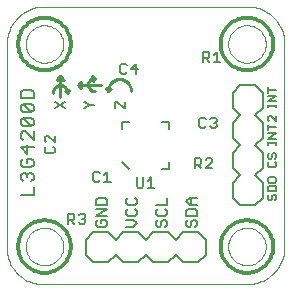
<source format=gto>
G75*
G70*
%OFA0B0*%
%FSLAX24Y24*%
%IPPOS*%
%LPD*%
%AMOC8*
5,1,8,0,0,1.08239X$1,22.5*
%
%ADD10C,0.0100*%
%ADD11C,0.0080*%
%ADD12C,0.0060*%
%ADD13C,0.0050*%
%ADD14C,0.0000*%
%ADD15C,0.0120*%
%ADD16C,0.0070*%
D10*
X002310Y006760D02*
X002310Y007460D01*
X002410Y007360D01*
X002420Y007350D02*
X002200Y007350D01*
X002210Y007360D02*
X002310Y007460D01*
X002470Y006960D02*
X002610Y007010D01*
X002560Y006910D01*
X002470Y006960D01*
X002560Y006910D02*
X002558Y006940D01*
X002553Y006970D01*
X002544Y006999D01*
X002531Y007026D01*
X002516Y007052D01*
X002497Y007076D01*
X002476Y007097D01*
X002452Y007116D01*
X002426Y007131D01*
X002399Y007144D01*
X002370Y007153D01*
X002340Y007158D01*
X002310Y007160D01*
X002280Y007158D01*
X002250Y007153D01*
X002221Y007144D01*
X002194Y007131D01*
X002168Y007116D01*
X002144Y007097D01*
X002123Y007076D01*
X002104Y007052D01*
X002089Y007026D01*
X002076Y006999D01*
X002067Y006970D01*
X002062Y006940D01*
X002060Y006910D01*
X002910Y007160D02*
X003010Y007260D01*
X003010Y007060D01*
X002910Y007160D01*
X003660Y007160D01*
X003830Y007060D02*
X003910Y006960D01*
X004010Y007040D01*
X003830Y007060D01*
X003460Y006960D02*
X003432Y006962D01*
X003404Y006967D01*
X003377Y006976D01*
X003352Y006988D01*
X003328Y007003D01*
X003306Y007021D01*
X003287Y007042D01*
X003270Y007064D01*
X003256Y007089D01*
X003246Y007115D01*
X003239Y007143D01*
X003235Y007171D01*
X003235Y007199D01*
X003239Y007227D01*
X003246Y007255D01*
X003256Y007281D01*
X003270Y007306D01*
X003287Y007328D01*
X003306Y007349D01*
X003328Y007367D01*
X003352Y007382D01*
X003377Y007394D01*
X003404Y007403D01*
X003432Y007408D01*
X003460Y007410D01*
X003410Y007310D01*
X003360Y007460D01*
X003460Y007410D01*
X003910Y006960D02*
X003908Y006998D01*
X003910Y007035D01*
X003916Y007073D01*
X003926Y007110D01*
X003939Y007145D01*
X003956Y007179D01*
X003976Y007212D01*
X004000Y007242D01*
X004026Y007269D01*
X004055Y007294D01*
X004086Y007315D01*
X004120Y007334D01*
X004155Y007349D01*
X004191Y007360D01*
X004228Y007368D01*
X004266Y007372D01*
X004304Y007372D01*
X004342Y007368D01*
X004379Y007360D01*
X004415Y007349D01*
X004450Y007334D01*
X004484Y007315D01*
X004515Y007294D01*
X004544Y007269D01*
X004570Y007242D01*
X004594Y007212D01*
X004614Y007179D01*
X004631Y007145D01*
X004644Y007110D01*
X004654Y007073D01*
X004660Y007035D01*
X004662Y006998D01*
X004660Y006960D01*
D11*
X001420Y006933D02*
X001420Y006723D01*
X001000Y006723D01*
X001000Y006933D01*
X001070Y007003D01*
X001350Y007003D01*
X001420Y006933D01*
X001350Y006543D02*
X001070Y006543D01*
X001350Y006262D01*
X001420Y006332D01*
X001420Y006473D01*
X001350Y006543D01*
X001070Y006543D02*
X001000Y006473D01*
X001000Y006332D01*
X001070Y006262D01*
X001350Y006262D01*
X001350Y006082D02*
X001420Y006012D01*
X001420Y005872D01*
X001350Y005802D01*
X001070Y006082D01*
X001350Y006082D01*
X001350Y005802D02*
X001070Y005802D01*
X001000Y005872D01*
X001000Y006012D01*
X001070Y006082D01*
X001070Y005622D02*
X001000Y005552D01*
X001000Y005412D01*
X001070Y005342D01*
X001210Y005161D02*
X001210Y004881D01*
X001000Y005091D01*
X001420Y005091D01*
X001420Y005342D02*
X001140Y005622D01*
X001070Y005622D01*
X001420Y005622D02*
X001420Y005342D01*
X001350Y004701D02*
X001210Y004701D01*
X001210Y004561D01*
X001070Y004701D02*
X001000Y004631D01*
X001000Y004491D01*
X001070Y004421D01*
X001350Y004421D01*
X001420Y004491D01*
X001420Y004631D01*
X001350Y004701D01*
X001350Y004241D02*
X001280Y004241D01*
X001210Y004171D01*
X001210Y004101D01*
X001210Y004171D02*
X001140Y004241D01*
X001070Y004241D01*
X001000Y004171D01*
X001000Y004030D01*
X001070Y003960D01*
X001350Y003960D02*
X001420Y004030D01*
X001420Y004171D01*
X001350Y004241D01*
X001420Y003780D02*
X001420Y003500D01*
X001000Y003500D01*
X003160Y002010D02*
X003160Y001510D01*
X003410Y001260D01*
X003910Y001260D01*
X004160Y001510D01*
X004410Y001260D01*
X004910Y001260D01*
X005160Y001510D01*
X005410Y001260D01*
X005910Y001260D01*
X006160Y001510D01*
X006410Y001260D01*
X006910Y001260D01*
X007160Y001510D01*
X007160Y002010D01*
X006910Y002260D01*
X006410Y002260D01*
X006160Y002010D01*
X005910Y002260D01*
X005410Y002260D01*
X005160Y002010D01*
X004910Y002260D01*
X004410Y002260D01*
X004160Y002010D01*
X003910Y002260D01*
X003410Y002260D01*
X003160Y002010D01*
X008060Y003410D02*
X008310Y003160D01*
X008810Y003160D01*
X009060Y003410D01*
X009060Y003910D01*
X008810Y004160D01*
X009060Y004410D01*
X009060Y004910D01*
X008810Y005160D01*
X009060Y005410D01*
X009060Y005910D01*
X008810Y006160D01*
X009060Y006410D01*
X009060Y006910D01*
X008810Y007160D01*
X008310Y007160D01*
X008060Y006910D01*
X008060Y006410D01*
X008310Y006160D01*
X008060Y005910D01*
X008060Y005410D01*
X008310Y005160D01*
X008060Y004910D01*
X008060Y004410D01*
X008310Y004160D01*
X008060Y003910D01*
X008060Y003410D01*
D12*
X007385Y004390D02*
X007158Y004390D01*
X007385Y004617D01*
X007385Y004674D01*
X007328Y004730D01*
X007215Y004730D01*
X007158Y004674D01*
X007017Y004674D02*
X007017Y004560D01*
X006960Y004503D01*
X006790Y004503D01*
X006790Y004390D02*
X006790Y004730D01*
X006960Y004730D01*
X007017Y004674D01*
X006903Y004503D02*
X007017Y004390D01*
X006855Y003403D02*
X006628Y003403D01*
X006515Y003290D01*
X006628Y003177D01*
X006855Y003177D01*
X006798Y003035D02*
X006571Y003035D01*
X006515Y002978D01*
X006515Y002808D01*
X006855Y002808D01*
X006855Y002978D01*
X006798Y003035D01*
X006685Y003177D02*
X006685Y003403D01*
X006742Y002667D02*
X006685Y002610D01*
X006685Y002497D01*
X006628Y002440D01*
X006571Y002440D01*
X006515Y002497D01*
X006515Y002610D01*
X006571Y002667D01*
X006742Y002667D02*
X006798Y002667D01*
X006855Y002610D01*
X006855Y002497D01*
X006798Y002440D01*
X005855Y002497D02*
X005798Y002440D01*
X005855Y002497D02*
X005855Y002610D01*
X005798Y002667D01*
X005742Y002667D01*
X005685Y002610D01*
X005685Y002497D01*
X005628Y002440D01*
X005571Y002440D01*
X005515Y002497D01*
X005515Y002610D01*
X005571Y002667D01*
X005571Y002808D02*
X005798Y002808D01*
X005855Y002865D01*
X005855Y002978D01*
X005798Y003035D01*
X005855Y003177D02*
X005855Y003403D01*
X005855Y003177D02*
X005515Y003177D01*
X005571Y003035D02*
X005515Y002978D01*
X005515Y002865D01*
X005571Y002808D01*
X004855Y002865D02*
X004855Y002978D01*
X004798Y003035D01*
X004798Y003177D02*
X004855Y003233D01*
X004855Y003347D01*
X004798Y003403D01*
X004798Y003177D02*
X004571Y003177D01*
X004515Y003233D01*
X004515Y003347D01*
X004571Y003403D01*
X004571Y003035D02*
X004515Y002978D01*
X004515Y002865D01*
X004571Y002808D01*
X004798Y002808D01*
X004855Y002865D01*
X004742Y002667D02*
X004515Y002667D01*
X004742Y002667D02*
X004855Y002553D01*
X004742Y002440D01*
X004515Y002440D01*
X003855Y002497D02*
X003855Y002610D01*
X003798Y002667D01*
X003685Y002667D01*
X003685Y002553D01*
X003798Y002440D02*
X003571Y002440D01*
X003515Y002497D01*
X003515Y002610D01*
X003571Y002667D01*
X003515Y002808D02*
X003855Y003035D01*
X003515Y003035D01*
X003515Y003177D02*
X003515Y003347D01*
X003571Y003403D01*
X003798Y003403D01*
X003855Y003347D01*
X003855Y003177D01*
X003515Y003177D01*
X003515Y002808D02*
X003855Y002808D01*
X003855Y002497D02*
X003798Y002440D01*
X003149Y002597D02*
X003092Y002540D01*
X002978Y002540D01*
X002922Y002597D01*
X003035Y002710D02*
X003092Y002710D01*
X003149Y002653D01*
X003149Y002597D01*
X003092Y002710D02*
X003149Y002767D01*
X003149Y002824D01*
X003092Y002880D01*
X002978Y002880D01*
X002922Y002824D01*
X002780Y002824D02*
X002780Y002710D01*
X002724Y002653D01*
X002553Y002653D01*
X002553Y002540D02*
X002553Y002880D01*
X002724Y002880D01*
X002780Y002824D01*
X002667Y002653D02*
X002780Y002540D01*
X003460Y003940D02*
X003403Y003997D01*
X003403Y004224D01*
X003460Y004280D01*
X003574Y004280D01*
X003630Y004224D01*
X003772Y004167D02*
X003885Y004280D01*
X003885Y003940D01*
X003772Y003940D02*
X003999Y003940D01*
X003630Y003997D02*
X003574Y003940D01*
X003460Y003940D01*
X002130Y004947D02*
X002130Y005060D01*
X002073Y005117D01*
X002130Y005258D02*
X001903Y005485D01*
X001846Y005485D01*
X001790Y005428D01*
X001790Y005315D01*
X001846Y005258D01*
X001846Y005117D02*
X001790Y005060D01*
X001790Y004947D01*
X001846Y004890D01*
X002073Y004890D01*
X002130Y004947D01*
X002130Y005258D02*
X002130Y005485D01*
X002140Y006390D02*
X002480Y006617D01*
X002480Y006390D02*
X002140Y006617D01*
X003090Y006617D02*
X003146Y006617D01*
X003260Y006503D01*
X003430Y006503D01*
X003260Y006503D02*
X003146Y006390D01*
X003090Y006390D01*
X004140Y006390D02*
X004140Y006617D01*
X004196Y006617D01*
X004423Y006390D01*
X004480Y006390D01*
X004480Y006617D01*
X004474Y007540D02*
X004360Y007540D01*
X004303Y007597D01*
X004303Y007824D01*
X004360Y007880D01*
X004474Y007880D01*
X004530Y007824D01*
X004672Y007710D02*
X004899Y007710D01*
X004842Y007540D02*
X004842Y007880D01*
X004672Y007710D01*
X004530Y007597D02*
X004474Y007540D01*
X006940Y006024D02*
X006940Y005797D01*
X006997Y005740D01*
X007110Y005740D01*
X007167Y005797D01*
X007308Y005797D02*
X007365Y005740D01*
X007478Y005740D01*
X007535Y005797D01*
X007535Y005853D01*
X007478Y005910D01*
X007422Y005910D01*
X007478Y005910D02*
X007535Y005967D01*
X007535Y006024D01*
X007478Y006080D01*
X007365Y006080D01*
X007308Y006024D01*
X007167Y006024D02*
X007110Y006080D01*
X006997Y006080D01*
X006940Y006024D01*
X007053Y007940D02*
X007053Y008280D01*
X007224Y008280D01*
X007280Y008224D01*
X007280Y008110D01*
X007224Y008053D01*
X007053Y008053D01*
X007167Y008053D02*
X007280Y007940D01*
X007422Y007940D02*
X007649Y007940D01*
X007535Y007940D02*
X007535Y008280D01*
X007422Y008167D01*
X005335Y004090D02*
X005335Y003750D01*
X005222Y003750D02*
X005449Y003750D01*
X005222Y003977D02*
X005335Y004090D01*
X005080Y004090D02*
X005080Y003807D01*
X005024Y003750D01*
X004910Y003750D01*
X004853Y003807D01*
X004853Y004090D01*
D13*
X009235Y004050D02*
X009235Y003960D01*
X009280Y003915D01*
X009460Y003915D01*
X009505Y003960D01*
X009505Y004050D01*
X009460Y004096D01*
X009280Y004096D01*
X009235Y004050D01*
X009280Y003801D02*
X009235Y003756D01*
X009235Y003621D01*
X009505Y003621D01*
X009505Y003756D01*
X009460Y003801D01*
X009280Y003801D01*
X009280Y003506D02*
X009235Y003461D01*
X009235Y003371D01*
X009280Y003326D01*
X009325Y003326D01*
X009370Y003371D01*
X009370Y003461D01*
X009415Y003506D01*
X009460Y003506D01*
X009505Y003461D01*
X009505Y003371D01*
X009460Y003326D01*
X009460Y004421D02*
X009280Y004421D01*
X009235Y004466D01*
X009235Y004556D01*
X009280Y004601D01*
X009280Y004715D02*
X009325Y004715D01*
X009370Y004760D01*
X009370Y004850D01*
X009415Y004896D01*
X009460Y004896D01*
X009505Y004850D01*
X009505Y004760D01*
X009460Y004715D01*
X009460Y004601D02*
X009505Y004556D01*
X009505Y004466D01*
X009460Y004421D01*
X009280Y004715D02*
X009235Y004760D01*
X009235Y004850D01*
X009280Y004896D01*
X009235Y005180D02*
X009235Y005270D01*
X009235Y005225D02*
X009505Y005225D01*
X009505Y005180D02*
X009505Y005270D01*
X009505Y005376D02*
X009235Y005376D01*
X009505Y005556D01*
X009235Y005556D01*
X009235Y005671D02*
X009235Y005851D01*
X009235Y005761D02*
X009505Y005761D01*
X009505Y005965D02*
X009325Y006146D01*
X009280Y006146D01*
X009235Y006100D01*
X009235Y006010D01*
X009280Y005965D01*
X009505Y005965D02*
X009505Y006146D01*
X009505Y006424D02*
X009505Y006514D01*
X009505Y006469D02*
X009235Y006469D01*
X009235Y006424D02*
X009235Y006514D01*
X009235Y006621D02*
X009505Y006801D01*
X009235Y006801D01*
X009235Y006621D02*
X009505Y006621D01*
X009505Y007005D02*
X009235Y007005D01*
X009235Y006915D02*
X009235Y007096D01*
D14*
X001785Y000536D02*
X001719Y000534D01*
X001653Y000536D01*
X001587Y000542D01*
X001521Y000551D01*
X001456Y000564D01*
X001391Y000581D01*
X001328Y000601D01*
X001266Y000625D01*
X001206Y000652D01*
X001147Y000683D01*
X001089Y000717D01*
X001034Y000754D01*
X000981Y000794D01*
X000931Y000837D01*
X000882Y000882D01*
X000837Y000931D01*
X000794Y000981D01*
X000754Y001034D01*
X000717Y001089D01*
X000683Y001147D01*
X000652Y001206D01*
X000625Y001266D01*
X000601Y001328D01*
X000581Y001391D01*
X000564Y001456D01*
X000551Y001521D01*
X000542Y001587D01*
X000536Y001653D01*
X000534Y001719D01*
X000536Y001785D01*
X000535Y001785D02*
X000535Y008535D01*
X001160Y008535D02*
X001162Y008585D01*
X001168Y008634D01*
X001178Y008683D01*
X001191Y008730D01*
X001209Y008777D01*
X001230Y008822D01*
X001254Y008865D01*
X001282Y008906D01*
X001313Y008945D01*
X001347Y008981D01*
X001384Y009015D01*
X001424Y009045D01*
X001465Y009072D01*
X001509Y009096D01*
X001554Y009116D01*
X001601Y009132D01*
X001649Y009145D01*
X001698Y009154D01*
X001748Y009159D01*
X001797Y009160D01*
X001847Y009157D01*
X001896Y009150D01*
X001945Y009139D01*
X001992Y009125D01*
X002038Y009106D01*
X002083Y009084D01*
X002126Y009059D01*
X002166Y009030D01*
X002204Y008998D01*
X002240Y008964D01*
X002273Y008926D01*
X002302Y008886D01*
X002328Y008844D01*
X002351Y008800D01*
X002370Y008754D01*
X002386Y008707D01*
X002398Y008658D01*
X002406Y008609D01*
X002410Y008560D01*
X002410Y008510D01*
X002406Y008461D01*
X002398Y008412D01*
X002386Y008363D01*
X002370Y008316D01*
X002351Y008270D01*
X002328Y008226D01*
X002302Y008184D01*
X002273Y008144D01*
X002240Y008106D01*
X002204Y008072D01*
X002166Y008040D01*
X002126Y008011D01*
X002083Y007986D01*
X002038Y007964D01*
X001992Y007945D01*
X001945Y007931D01*
X001896Y007920D01*
X001847Y007913D01*
X001797Y007910D01*
X001748Y007911D01*
X001698Y007916D01*
X001649Y007925D01*
X001601Y007938D01*
X001554Y007954D01*
X001509Y007974D01*
X001465Y007998D01*
X001424Y008025D01*
X001384Y008055D01*
X001347Y008089D01*
X001313Y008125D01*
X001282Y008164D01*
X001254Y008205D01*
X001230Y008248D01*
X001209Y008293D01*
X001191Y008340D01*
X001178Y008387D01*
X001168Y008436D01*
X001162Y008485D01*
X001160Y008535D01*
X000535Y008535D02*
X000537Y008603D01*
X000542Y008670D01*
X000551Y008737D01*
X000564Y008804D01*
X000581Y008869D01*
X000600Y008934D01*
X000624Y008998D01*
X000651Y009060D01*
X000681Y009121D01*
X000714Y009179D01*
X000750Y009236D01*
X000790Y009291D01*
X000832Y009344D01*
X000878Y009395D01*
X000925Y009442D01*
X000976Y009488D01*
X001029Y009530D01*
X001084Y009570D01*
X001141Y009606D01*
X001199Y009639D01*
X001260Y009669D01*
X001322Y009696D01*
X001386Y009720D01*
X001451Y009739D01*
X001516Y009756D01*
X001583Y009769D01*
X001650Y009778D01*
X001717Y009783D01*
X001785Y009785D01*
X008535Y009785D01*
X008603Y009783D01*
X008670Y009778D01*
X008737Y009769D01*
X008804Y009756D01*
X008869Y009739D01*
X008934Y009720D01*
X008998Y009696D01*
X009060Y009669D01*
X009121Y009639D01*
X009179Y009606D01*
X009236Y009570D01*
X009291Y009530D01*
X009344Y009488D01*
X009395Y009442D01*
X009442Y009395D01*
X009488Y009344D01*
X009530Y009291D01*
X009570Y009236D01*
X009606Y009179D01*
X009639Y009121D01*
X009669Y009060D01*
X009696Y008998D01*
X009720Y008934D01*
X009739Y008869D01*
X009756Y008804D01*
X009769Y008737D01*
X009778Y008670D01*
X009783Y008603D01*
X009785Y008535D01*
X009785Y001785D01*
X009783Y001717D01*
X009778Y001650D01*
X009769Y001583D01*
X009756Y001516D01*
X009739Y001451D01*
X009720Y001386D01*
X009696Y001322D01*
X009669Y001260D01*
X009639Y001199D01*
X009606Y001141D01*
X009570Y001084D01*
X009530Y001029D01*
X009488Y000976D01*
X009442Y000925D01*
X009395Y000878D01*
X009344Y000832D01*
X009291Y000790D01*
X009236Y000750D01*
X009179Y000714D01*
X009121Y000681D01*
X009060Y000651D01*
X008998Y000624D01*
X008934Y000600D01*
X008869Y000581D01*
X008804Y000564D01*
X008737Y000551D01*
X008670Y000542D01*
X008603Y000537D01*
X008535Y000535D01*
X001785Y000535D01*
X001160Y001785D02*
X001162Y001835D01*
X001168Y001884D01*
X001178Y001933D01*
X001191Y001980D01*
X001209Y002027D01*
X001230Y002072D01*
X001254Y002115D01*
X001282Y002156D01*
X001313Y002195D01*
X001347Y002231D01*
X001384Y002265D01*
X001424Y002295D01*
X001465Y002322D01*
X001509Y002346D01*
X001554Y002366D01*
X001601Y002382D01*
X001649Y002395D01*
X001698Y002404D01*
X001748Y002409D01*
X001797Y002410D01*
X001847Y002407D01*
X001896Y002400D01*
X001945Y002389D01*
X001992Y002375D01*
X002038Y002356D01*
X002083Y002334D01*
X002126Y002309D01*
X002166Y002280D01*
X002204Y002248D01*
X002240Y002214D01*
X002273Y002176D01*
X002302Y002136D01*
X002328Y002094D01*
X002351Y002050D01*
X002370Y002004D01*
X002386Y001957D01*
X002398Y001908D01*
X002406Y001859D01*
X002410Y001810D01*
X002410Y001760D01*
X002406Y001711D01*
X002398Y001662D01*
X002386Y001613D01*
X002370Y001566D01*
X002351Y001520D01*
X002328Y001476D01*
X002302Y001434D01*
X002273Y001394D01*
X002240Y001356D01*
X002204Y001322D01*
X002166Y001290D01*
X002126Y001261D01*
X002083Y001236D01*
X002038Y001214D01*
X001992Y001195D01*
X001945Y001181D01*
X001896Y001170D01*
X001847Y001163D01*
X001797Y001160D01*
X001748Y001161D01*
X001698Y001166D01*
X001649Y001175D01*
X001601Y001188D01*
X001554Y001204D01*
X001509Y001224D01*
X001465Y001248D01*
X001424Y001275D01*
X001384Y001305D01*
X001347Y001339D01*
X001313Y001375D01*
X001282Y001414D01*
X001254Y001455D01*
X001230Y001498D01*
X001209Y001543D01*
X001191Y001590D01*
X001178Y001637D01*
X001168Y001686D01*
X001162Y001735D01*
X001160Y001785D01*
X007910Y001785D02*
X007912Y001835D01*
X007918Y001884D01*
X007928Y001933D01*
X007941Y001980D01*
X007959Y002027D01*
X007980Y002072D01*
X008004Y002115D01*
X008032Y002156D01*
X008063Y002195D01*
X008097Y002231D01*
X008134Y002265D01*
X008174Y002295D01*
X008215Y002322D01*
X008259Y002346D01*
X008304Y002366D01*
X008351Y002382D01*
X008399Y002395D01*
X008448Y002404D01*
X008498Y002409D01*
X008547Y002410D01*
X008597Y002407D01*
X008646Y002400D01*
X008695Y002389D01*
X008742Y002375D01*
X008788Y002356D01*
X008833Y002334D01*
X008876Y002309D01*
X008916Y002280D01*
X008954Y002248D01*
X008990Y002214D01*
X009023Y002176D01*
X009052Y002136D01*
X009078Y002094D01*
X009101Y002050D01*
X009120Y002004D01*
X009136Y001957D01*
X009148Y001908D01*
X009156Y001859D01*
X009160Y001810D01*
X009160Y001760D01*
X009156Y001711D01*
X009148Y001662D01*
X009136Y001613D01*
X009120Y001566D01*
X009101Y001520D01*
X009078Y001476D01*
X009052Y001434D01*
X009023Y001394D01*
X008990Y001356D01*
X008954Y001322D01*
X008916Y001290D01*
X008876Y001261D01*
X008833Y001236D01*
X008788Y001214D01*
X008742Y001195D01*
X008695Y001181D01*
X008646Y001170D01*
X008597Y001163D01*
X008547Y001160D01*
X008498Y001161D01*
X008448Y001166D01*
X008399Y001175D01*
X008351Y001188D01*
X008304Y001204D01*
X008259Y001224D01*
X008215Y001248D01*
X008174Y001275D01*
X008134Y001305D01*
X008097Y001339D01*
X008063Y001375D01*
X008032Y001414D01*
X008004Y001455D01*
X007980Y001498D01*
X007959Y001543D01*
X007941Y001590D01*
X007928Y001637D01*
X007918Y001686D01*
X007912Y001735D01*
X007910Y001785D01*
X007910Y008535D02*
X007912Y008585D01*
X007918Y008634D01*
X007928Y008683D01*
X007941Y008730D01*
X007959Y008777D01*
X007980Y008822D01*
X008004Y008865D01*
X008032Y008906D01*
X008063Y008945D01*
X008097Y008981D01*
X008134Y009015D01*
X008174Y009045D01*
X008215Y009072D01*
X008259Y009096D01*
X008304Y009116D01*
X008351Y009132D01*
X008399Y009145D01*
X008448Y009154D01*
X008498Y009159D01*
X008547Y009160D01*
X008597Y009157D01*
X008646Y009150D01*
X008695Y009139D01*
X008742Y009125D01*
X008788Y009106D01*
X008833Y009084D01*
X008876Y009059D01*
X008916Y009030D01*
X008954Y008998D01*
X008990Y008964D01*
X009023Y008926D01*
X009052Y008886D01*
X009078Y008844D01*
X009101Y008800D01*
X009120Y008754D01*
X009136Y008707D01*
X009148Y008658D01*
X009156Y008609D01*
X009160Y008560D01*
X009160Y008510D01*
X009156Y008461D01*
X009148Y008412D01*
X009136Y008363D01*
X009120Y008316D01*
X009101Y008270D01*
X009078Y008226D01*
X009052Y008184D01*
X009023Y008144D01*
X008990Y008106D01*
X008954Y008072D01*
X008916Y008040D01*
X008876Y008011D01*
X008833Y007986D01*
X008788Y007964D01*
X008742Y007945D01*
X008695Y007931D01*
X008646Y007920D01*
X008597Y007913D01*
X008547Y007910D01*
X008498Y007911D01*
X008448Y007916D01*
X008399Y007925D01*
X008351Y007938D01*
X008304Y007954D01*
X008259Y007974D01*
X008215Y007998D01*
X008174Y008025D01*
X008134Y008055D01*
X008097Y008089D01*
X008063Y008125D01*
X008032Y008164D01*
X008004Y008205D01*
X007980Y008248D01*
X007959Y008293D01*
X007941Y008340D01*
X007928Y008387D01*
X007918Y008436D01*
X007912Y008485D01*
X007910Y008535D01*
D15*
X008535Y009410D02*
X008477Y009408D01*
X008418Y009402D01*
X008361Y009392D01*
X008304Y009379D01*
X008248Y009362D01*
X008193Y009341D01*
X008140Y009316D01*
X008089Y009288D01*
X008040Y009256D01*
X007993Y009222D01*
X007948Y009184D01*
X007906Y009143D01*
X007867Y009100D01*
X007831Y009054D01*
X007797Y009006D01*
X007768Y008956D01*
X007741Y008903D01*
X007718Y008849D01*
X007699Y008794D01*
X007684Y008738D01*
X007672Y008681D01*
X007664Y008623D01*
X007660Y008564D01*
X007660Y008506D01*
X007664Y008447D01*
X007672Y008389D01*
X007684Y008332D01*
X007699Y008276D01*
X007718Y008221D01*
X007741Y008167D01*
X007768Y008114D01*
X007797Y008064D01*
X007831Y008016D01*
X007867Y007970D01*
X007906Y007927D01*
X007948Y007886D01*
X007993Y007848D01*
X008040Y007814D01*
X008089Y007782D01*
X008140Y007754D01*
X008193Y007729D01*
X008248Y007708D01*
X008304Y007691D01*
X008361Y007678D01*
X008418Y007668D01*
X008477Y007662D01*
X008535Y007660D01*
X008593Y007662D01*
X008652Y007668D01*
X008709Y007678D01*
X008766Y007691D01*
X008822Y007708D01*
X008877Y007729D01*
X008930Y007754D01*
X008981Y007782D01*
X009030Y007814D01*
X009077Y007848D01*
X009122Y007886D01*
X009164Y007927D01*
X009203Y007970D01*
X009239Y008016D01*
X009273Y008064D01*
X009302Y008114D01*
X009329Y008167D01*
X009352Y008221D01*
X009371Y008276D01*
X009386Y008332D01*
X009398Y008389D01*
X009406Y008447D01*
X009410Y008506D01*
X009410Y008564D01*
X009406Y008623D01*
X009398Y008681D01*
X009386Y008738D01*
X009371Y008794D01*
X009352Y008849D01*
X009329Y008903D01*
X009302Y008956D01*
X009273Y009006D01*
X009239Y009054D01*
X009203Y009100D01*
X009164Y009143D01*
X009122Y009184D01*
X009077Y009222D01*
X009030Y009256D01*
X008981Y009288D01*
X008930Y009316D01*
X008877Y009341D01*
X008822Y009362D01*
X008766Y009379D01*
X008709Y009392D01*
X008652Y009402D01*
X008593Y009408D01*
X008535Y009410D01*
X001785Y009410D02*
X001727Y009408D01*
X001668Y009402D01*
X001611Y009392D01*
X001554Y009379D01*
X001498Y009362D01*
X001443Y009341D01*
X001390Y009316D01*
X001339Y009288D01*
X001290Y009256D01*
X001243Y009222D01*
X001198Y009184D01*
X001156Y009143D01*
X001117Y009100D01*
X001081Y009054D01*
X001047Y009006D01*
X001018Y008956D01*
X000991Y008903D01*
X000968Y008849D01*
X000949Y008794D01*
X000934Y008738D01*
X000922Y008681D01*
X000914Y008623D01*
X000910Y008564D01*
X000910Y008506D01*
X000914Y008447D01*
X000922Y008389D01*
X000934Y008332D01*
X000949Y008276D01*
X000968Y008221D01*
X000991Y008167D01*
X001018Y008114D01*
X001047Y008064D01*
X001081Y008016D01*
X001117Y007970D01*
X001156Y007927D01*
X001198Y007886D01*
X001243Y007848D01*
X001290Y007814D01*
X001339Y007782D01*
X001390Y007754D01*
X001443Y007729D01*
X001498Y007708D01*
X001554Y007691D01*
X001611Y007678D01*
X001668Y007668D01*
X001727Y007662D01*
X001785Y007660D01*
X001843Y007662D01*
X001902Y007668D01*
X001959Y007678D01*
X002016Y007691D01*
X002072Y007708D01*
X002127Y007729D01*
X002180Y007754D01*
X002231Y007782D01*
X002280Y007814D01*
X002327Y007848D01*
X002372Y007886D01*
X002414Y007927D01*
X002453Y007970D01*
X002489Y008016D01*
X002523Y008064D01*
X002552Y008114D01*
X002579Y008167D01*
X002602Y008221D01*
X002621Y008276D01*
X002636Y008332D01*
X002648Y008389D01*
X002656Y008447D01*
X002660Y008506D01*
X002660Y008564D01*
X002656Y008623D01*
X002648Y008681D01*
X002636Y008738D01*
X002621Y008794D01*
X002602Y008849D01*
X002579Y008903D01*
X002552Y008956D01*
X002523Y009006D01*
X002489Y009054D01*
X002453Y009100D01*
X002414Y009143D01*
X002372Y009184D01*
X002327Y009222D01*
X002280Y009256D01*
X002231Y009288D01*
X002180Y009316D01*
X002127Y009341D01*
X002072Y009362D01*
X002016Y009379D01*
X001959Y009392D01*
X001902Y009402D01*
X001843Y009408D01*
X001785Y009410D01*
X001785Y002660D02*
X001727Y002658D01*
X001668Y002652D01*
X001611Y002642D01*
X001554Y002629D01*
X001498Y002612D01*
X001443Y002591D01*
X001390Y002566D01*
X001339Y002538D01*
X001290Y002506D01*
X001243Y002472D01*
X001198Y002434D01*
X001156Y002393D01*
X001117Y002350D01*
X001081Y002304D01*
X001047Y002256D01*
X001018Y002206D01*
X000991Y002153D01*
X000968Y002099D01*
X000949Y002044D01*
X000934Y001988D01*
X000922Y001931D01*
X000914Y001873D01*
X000910Y001814D01*
X000910Y001756D01*
X000914Y001697D01*
X000922Y001639D01*
X000934Y001582D01*
X000949Y001526D01*
X000968Y001471D01*
X000991Y001417D01*
X001018Y001364D01*
X001047Y001314D01*
X001081Y001266D01*
X001117Y001220D01*
X001156Y001177D01*
X001198Y001136D01*
X001243Y001098D01*
X001290Y001064D01*
X001339Y001032D01*
X001390Y001004D01*
X001443Y000979D01*
X001498Y000958D01*
X001554Y000941D01*
X001611Y000928D01*
X001668Y000918D01*
X001727Y000912D01*
X001785Y000910D01*
X001843Y000912D01*
X001902Y000918D01*
X001959Y000928D01*
X002016Y000941D01*
X002072Y000958D01*
X002127Y000979D01*
X002180Y001004D01*
X002231Y001032D01*
X002280Y001064D01*
X002327Y001098D01*
X002372Y001136D01*
X002414Y001177D01*
X002453Y001220D01*
X002489Y001266D01*
X002523Y001314D01*
X002552Y001364D01*
X002579Y001417D01*
X002602Y001471D01*
X002621Y001526D01*
X002636Y001582D01*
X002648Y001639D01*
X002656Y001697D01*
X002660Y001756D01*
X002660Y001814D01*
X002656Y001873D01*
X002648Y001931D01*
X002636Y001988D01*
X002621Y002044D01*
X002602Y002099D01*
X002579Y002153D01*
X002552Y002206D01*
X002523Y002256D01*
X002489Y002304D01*
X002453Y002350D01*
X002414Y002393D01*
X002372Y002434D01*
X002327Y002472D01*
X002280Y002506D01*
X002231Y002538D01*
X002180Y002566D01*
X002127Y002591D01*
X002072Y002612D01*
X002016Y002629D01*
X001959Y002642D01*
X001902Y002652D01*
X001843Y002658D01*
X001785Y002660D01*
X008535Y002660D02*
X008477Y002658D01*
X008418Y002652D01*
X008361Y002642D01*
X008304Y002629D01*
X008248Y002612D01*
X008193Y002591D01*
X008140Y002566D01*
X008089Y002538D01*
X008040Y002506D01*
X007993Y002472D01*
X007948Y002434D01*
X007906Y002393D01*
X007867Y002350D01*
X007831Y002304D01*
X007797Y002256D01*
X007768Y002206D01*
X007741Y002153D01*
X007718Y002099D01*
X007699Y002044D01*
X007684Y001988D01*
X007672Y001931D01*
X007664Y001873D01*
X007660Y001814D01*
X007660Y001756D01*
X007664Y001697D01*
X007672Y001639D01*
X007684Y001582D01*
X007699Y001526D01*
X007718Y001471D01*
X007741Y001417D01*
X007768Y001364D01*
X007797Y001314D01*
X007831Y001266D01*
X007867Y001220D01*
X007906Y001177D01*
X007948Y001136D01*
X007993Y001098D01*
X008040Y001064D01*
X008089Y001032D01*
X008140Y001004D01*
X008193Y000979D01*
X008248Y000958D01*
X008304Y000941D01*
X008361Y000928D01*
X008418Y000918D01*
X008477Y000912D01*
X008535Y000910D01*
X008593Y000912D01*
X008652Y000918D01*
X008709Y000928D01*
X008766Y000941D01*
X008822Y000958D01*
X008877Y000979D01*
X008930Y001004D01*
X008981Y001032D01*
X009030Y001064D01*
X009077Y001098D01*
X009122Y001136D01*
X009164Y001177D01*
X009203Y001220D01*
X009239Y001266D01*
X009273Y001314D01*
X009302Y001364D01*
X009329Y001417D01*
X009352Y001471D01*
X009371Y001526D01*
X009386Y001582D01*
X009398Y001639D01*
X009406Y001697D01*
X009410Y001756D01*
X009410Y001814D01*
X009406Y001873D01*
X009398Y001931D01*
X009386Y001988D01*
X009371Y002044D01*
X009352Y002099D01*
X009329Y002153D01*
X009302Y002206D01*
X009273Y002256D01*
X009239Y002304D01*
X009203Y002350D01*
X009164Y002393D01*
X009122Y002434D01*
X009077Y002472D01*
X009030Y002506D01*
X008981Y002538D01*
X008930Y002566D01*
X008877Y002591D01*
X008822Y002612D01*
X008766Y002629D01*
X008709Y002642D01*
X008652Y002652D01*
X008593Y002658D01*
X008535Y002660D01*
D16*
X005947Y004373D02*
X005947Y004609D01*
X005947Y004373D02*
X005711Y004373D01*
X004609Y004373D02*
X004373Y004609D01*
X004373Y005711D02*
X004373Y005947D01*
X004609Y005947D01*
X005711Y005947D02*
X005947Y005947D01*
X005947Y005711D01*
M02*

</source>
